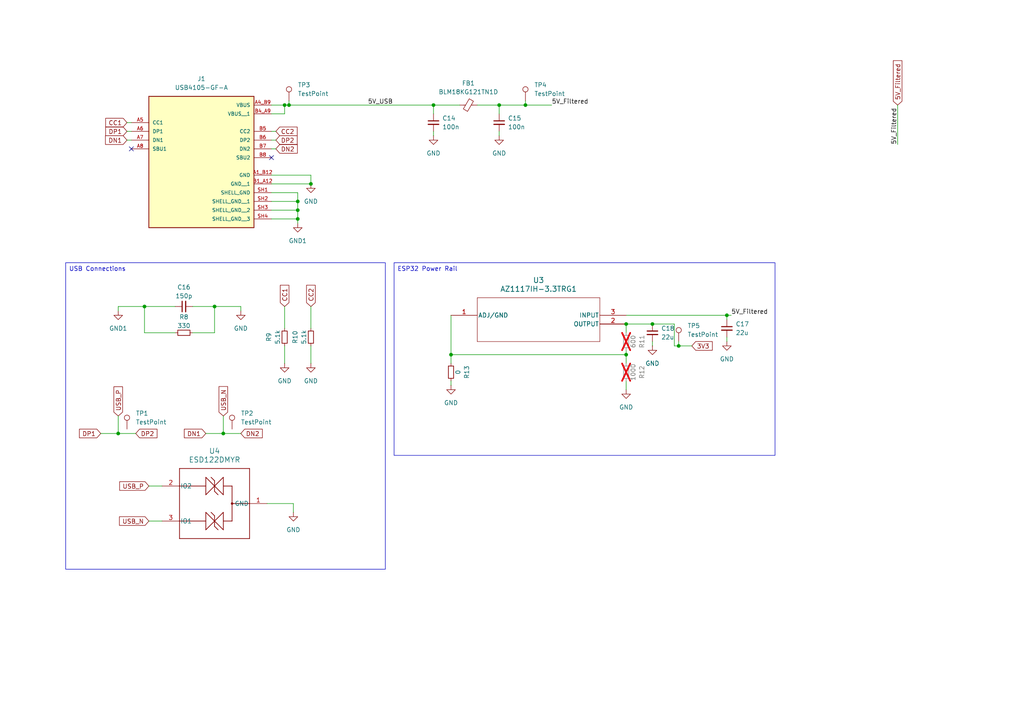
<source format=kicad_sch>
(kicad_sch (version 20231120) (generator "eeschema") (generator_version "8.0")
  (paper "A4")
  (lib_symbols
    (symbol "1_ESP32:AZ1117IH-3.3TRG1" (pin_names (offset 0.254))
      (property "Reference" "U" (at 25.4 10.16 0))
      (property "Value" "AZ1117IH-3.3TRG1" (at 25.4 7.62 0))
      (symbol "AZ1117IH-3.3TRG1_0_1"
        (polyline (pts (xy 7.62 -7.62) (xy 43.18 -7.62)) (stroke (width 0.127)))
        (polyline (pts (xy 7.62 5.08) (xy 7.62 -7.62)) (stroke (width 0.127)))
        (polyline (pts (xy 43.18 -7.62) (xy 43.18 5.08)) (stroke (width 0.127)))
        (polyline (pts (xy 43.18 5.08) (xy 7.62 5.08)) (stroke (width 0.127)))
        (pin power_out line (at 0 0 0) (length 7.62) (name "ADJ/GND") (number "1"))
        (pin output line (at 50.8 -2.54 180) (length 7.62) (name "OUTPUT") (number "2"))
        (pin unspecified line (at 50.8 0 180) (length 7.62) (name "INPUT") (number "3"))
      )
    )
    (symbol "1_ESP32:ESD122DMYR" (pin_names (offset 0.254))
      (property "Reference" "U" (at 0 2.54 0))
      (property "Value" "ESD122DMYR" (at 0 0 0))
      (symbol "ESD122DMYR_0_1"
        (circle (center -5.08 0) (radius 0.254) (stroke (width 0.2032)))
        (polyline (pts (xy -10.16 -10.16) (xy 10.16 -10.16)) (stroke (width 0.2032)))
        (polyline (pts (xy -10.16 0) (xy -5.08 0)) (stroke (width 0.2032)))
        (polyline (pts (xy -10.16 10.16) (xy -10.16 -10.16)) (stroke (width 0.2032)))
        (polyline (pts (xy -5.08 0) (xy -5.08 -5.08)) (stroke (width 0.2032)))
        (polyline (pts (xy -5.08 5.08) (xy -5.08 0)) (stroke (width 0.2032)))
        (polyline (pts (xy -2.54 -7.62) (xy 0 -5.08)) (stroke (width 0.2032)))
        (polyline (pts (xy -2.54 -5.08) (xy -5.08 -5.08)) (stroke (width 0.2032)))
        (polyline (pts (xy -2.54 -2.54) (xy -2.54 -7.62)) (stroke (width 0.2032)))
        (polyline (pts (xy -2.54 2.54) (xy 0 5.08)) (stroke (width 0.2032)))
        (polyline (pts (xy -2.54 5.08) (xy -5.08 5.08)) (stroke (width 0.2032)))
        (polyline (pts (xy -2.54 7.62) (xy -2.54 2.54)) (stroke (width 0.2032)))
        (polyline (pts (xy 0 -6.604) (xy 0 -3.556)) (stroke (width 0.2032)))
        (polyline (pts (xy 0 -5.08) (xy -2.54 -2.54)) (stroke (width 0.2032)))
        (polyline (pts (xy 0 -5.08) (xy 2.54 -2.54)) (stroke (width 0.2032)))
        (polyline (pts (xy 0 -3.556) (xy -1.016 -2.54)) (stroke (width 0.2032)))
        (polyline (pts (xy 0 3.556) (xy 0 6.604)) (stroke (width 0.2032)))
        (polyline (pts (xy 0 5.08) (xy -2.54 7.62)) (stroke (width 0.2032)))
        (polyline (pts (xy 0 5.08) (xy 2.54 7.62)) (stroke (width 0.2032)))
        (polyline (pts (xy 0 6.604) (xy -1.016 7.62)) (stroke (width 0.2032)))
        (polyline (pts (xy 1.016 -7.62) (xy 0 -6.604)) (stroke (width 0.2032)))
        (polyline (pts (xy 1.016 2.54) (xy 0 3.556)) (stroke (width 0.2032)))
        (polyline (pts (xy 2.54 -7.62) (xy 0 -5.08)) (stroke (width 0.2032)))
        (polyline (pts (xy 2.54 -2.54) (xy 2.54 -7.62)) (stroke (width 0.2032)))
        (polyline (pts (xy 2.54 2.54) (xy 0 5.08)) (stroke (width 0.2032)))
        (polyline (pts (xy 2.54 7.62) (xy 2.54 2.54)) (stroke (width 0.2032)))
        (polyline (pts (xy 10.16 -10.16) (xy 10.16 10.16)) (stroke (width 0.2032)))
        (polyline (pts (xy 10.16 -5.08) (xy 2.54 -5.08)) (stroke (width 0.2032)))
        (polyline (pts (xy 10.16 5.08) (xy 2.54 5.08)) (stroke (width 0.2032)))
        (polyline (pts (xy 10.16 10.16) (xy -10.16 10.16)) (stroke (width 0.2032)))
        (pin unspecified line (at -15.24 0 0) (length 5.08) (name "GND") (number "1"))
        (pin unspecified line (at 15.24 -5.08 180) (length 5.08) (name "IO2") (number "2"))
        (pin unspecified line (at 15.24 5.08 180) (length 5.08) (name "IO1") (number "3"))
      )
    )
    (symbol "1_ESP32:USB4105-GF-A" (pin_names (offset 1.016))
      (property "Reference" "J" (at -15.24 13.97 0))
      (property "Value" "USB4105-GF-A" (at -15.24 -27.94 0))
      (symbol "USB4105-GF-A_0_0"
        (rectangle (start -15.24 -25.4) (end 15.24 12.7) (stroke (width 0.254)) (fill (type background)))
        (pin power_in line (at 20.32 -10.16 180) (length 5.08) (name "GND") (number "A1_B12"))
        (pin power_in line (at 20.32 10.16 180) (length 5.08) (name "VBUS") (number "A4_B9"))
        (pin bidirectional line (at -20.32 5.08 0) (length 5.08) (name "CC1") (number "A5"))
        (pin bidirectional line (at -20.32 2.54 0) (length 5.08) (name "DP1") (number "A6"))
        (pin bidirectional line (at -20.32 0 0) (length 5.08) (name "DN1") (number "A7"))
        (pin bidirectional line (at -20.32 -2.54 0) (length 5.08) (name "SBU1") (number "A8"))
        (pin power_in line (at 20.32 -12.7 180) (length 5.08) (name "GND__1") (number "B1_A12"))
        (pin power_in line (at 20.32 7.62 180) (length 5.08) (name "VBUS__1") (number "B4_A9"))
        (pin bidirectional line (at 20.32 2.54 180) (length 5.08) (name "CC2") (number "B5"))
        (pin bidirectional line (at 20.32 0 180) (length 5.08) (name "DP2") (number "B6"))
        (pin bidirectional line (at 20.32 -2.54 180) (length 5.08) (name "DN2") (number "B7"))
        (pin bidirectional line (at 20.32 -5.08 180) (length 5.08) (name "SBU2") (number "B8"))
        (pin power_in line (at 20.32 -15.24 180) (length 5.08) (name "SHELL_GND") (number "SH1"))
        (pin power_in line (at 20.32 -17.78 180) (length 5.08) (name "SHELL_GND__1") (number "SH2"))
        (pin power_in line (at 20.32 -20.32 180) (length 5.08) (name "SHELL_GND__2") (number "SH3"))
        (pin power_in line (at 20.32 -22.86 180) (length 5.08) (name "SHELL_GND__3") (number "SH4"))
      )
    )
    (symbol "Connector:TestPoint" (pin_numbers hide) (pin_names (offset 0.762) hide)
      (property "Reference" "TP" (at 0 6.858 0))
      (property "Value" "TestPoint" (at 0 5.08 0))
      (symbol "TestPoint_0_1"
        (circle (center 0 3.302) (radius 0.762))
      )
      (symbol "TestPoint_1_1"
        (pin passive line (at 0 0 90) (length 2.54) (name "1") (number "1"))
      )
    )
    (symbol "Device:C_Small" (pin_numbers hide) (pin_names (offset 0.254) hide)
      (property "Reference" "C" (at 0.254 1.778 0))
      (property "Value" "C_Small" (at 0.254 -2.032 0))
      (symbol "C_Small_0_1"
        (polyline (pts (xy -1.524 -0.508) (xy 1.524 -0.508)) (stroke (width 0.3302)))
        (polyline (pts (xy -1.524 0.508) (xy 1.524 0.508)) (stroke (width 0.3048)))
      )
      (symbol "C_Small_1_1"
        (pin passive line (at 0 2.54 270) (length 2.032) (name "~") (number "1"))
        (pin passive line (at 0 -2.54 90) (length 2.032) (name "~") (number "2"))
      )
    )
    (symbol "Device:FerriteBead_Small" (pin_numbers hide) (pin_names (offset 0))
      (property "Reference" "FB" (at 1.905 1.27 0))
      (property "Value" "FerriteBead_Small" (at 1.905 -1.27 0))
      (symbol "FerriteBead_Small_0_1"
        (polyline (pts (xy 0 -1.27) (xy 0 -0.7874)))
        (polyline (pts (xy 0 0.889) (xy 0 1.2954)))
        (polyline (pts (xy -1.8288 0.2794) (xy -1.1176 1.4986) (xy 1.8288 -0.2032) (xy 1.1176 -1.4224) (xy -1.8288 0.2794)))
      )
      (symbol "FerriteBead_Small_1_1"
        (pin passive line (at 0 2.54 270) (length 1.27) (name "~") (number "1"))
        (pin passive line (at 0 -2.54 90) (length 1.27) (name "~") (number "2"))
      )
    )
    (symbol "Device:R_Small" (pin_numbers hide) (pin_names (offset 0.254) hide)
      (property "Reference" "R" (at 0.762 0.508 0))
      (property "Value" "R_Small" (at 0.762 -1.016 0))
      (symbol "R_Small_0_1"
        (rectangle (start -0.762 1.778) (end 0.762 -1.778) (stroke (width 0.2032)))
      )
      (symbol "R_Small_1_1"
        (pin passive line (at 0 2.54 270) (length 0.762) (name "~") (number "1"))
        (pin passive line (at 0 -2.54 90) (length 0.762) (name "~") (number "2"))
      )
    )
    (symbol "power:GND" (power) (pin_numbers hide) (pin_names (offset 0) hide)
      (property "Value" "GND" (at 0 -3.81 0))
      (symbol "GND_0_1"
        (polyline (pts (xy 0 0) (xy 0 -1.27) (xy 1.27 -1.27) (xy 0 -2.54) (xy -1.27 -1.27) (xy 0 -1.27)))
      )
      (symbol "GND_1_1"
        (pin power_in line (at 0 0 270) (length 0) (name "~") (number "1"))
      )
    )
    (symbol "power:GND1" (power) (pin_numbers hide) (pin_names (offset 0) hide)
      (property "Value" "GND1" (at 0 -3.81 0))
      (symbol "GND1_0_1"
        (polyline (pts (xy 0 0) (xy 0 -1.27) (xy 1.27 -1.27) (xy 0 -2.54) (xy -1.27 -1.27) (xy 0 -1.27)))
      )
      (symbol "GND1_1_1"
        (pin power_in line (at 0 0 270) (length 0) (name "~") (number "1"))
      )
    )
  )
  (junction (at 210.82 91.44))
  (junction (at 34.29 125.73))
  (junction (at 86.36 63.5))
  (junction (at 41.91 88.9))
  (junction (at 152.4 30.48))
  (junction (at 82.55 30.48))
  (junction (at 144.78 30.48))
  (junction (at 189.23 93.98))
  (junction (at 86.36 58.42))
  (junction (at 64.77 125.73))
  (junction (at 196.85 100.33))
  (junction (at 181.61 102.87))
  (junction (at 86.36 60.96))
  (junction (at 181.61 93.98))
  (junction (at 125.73 30.48))
  (junction (at 83.82 30.48))
  (junction (at 90.17 53.34))
  (junction (at 62.23 88.9))
  (junction (at 130.81 102.87))
  (no_connect (at 78.74 45.72))
  (no_connect (at 38.1 43.18))
  (wire (pts (xy 86.36 63.5) (xy 86.36 64.77)))
  (wire (pts (xy 83.82 29.21) (xy 83.82 30.48)))
  (wire (pts (xy 43.18 151.13) (xy 46.99 151.13)))
  (wire (pts (xy 78.74 33.02) (xy 82.55 33.02)))
  (wire (pts (xy 41.91 96.52) (xy 41.91 88.9)))
  (wire (pts (xy 77.47 146.05) (xy 85.09 146.05)))
  (wire (pts (xy 196.85 99.06) (xy 196.85 100.33)))
  (wire (pts (xy 138.43 30.48) (xy 144.78 30.48)))
  (wire (pts (xy 34.29 125.73) (xy 39.37 125.73)))
  (wire (pts (xy 78.74 55.88) (xy 86.36 55.88)))
  (wire (pts (xy 181.61 113.03) (xy 181.61 110.49)))
  (wire (pts (xy 210.82 91.44) (xy 212.09 91.44)))
  (wire (pts (xy 64.77 120.65) (xy 64.77 125.73)))
  (wire (pts (xy 86.36 58.42) (xy 86.36 60.96)))
  (wire (pts (xy 43.18 140.97) (xy 46.99 140.97)))
  (wire (pts (xy 144.78 30.48) (xy 144.78 33.02)))
  (wire (pts (xy 90.17 100.33) (xy 90.17 105.41)))
  (wire (pts (xy 29.21 125.73) (xy 34.29 125.73)))
  (wire (pts (xy 78.74 53.34) (xy 90.17 53.34)))
  (wire (pts (xy 78.74 30.48) (xy 82.55 30.48)))
  (wire (pts (xy 82.55 88.9) (xy 82.55 95.25)))
  (wire (pts (xy 181.61 93.98) (xy 189.23 93.98)))
  (wire (pts (xy 83.82 30.48) (xy 125.73 30.48)))
  (wire (pts (xy 34.29 88.9) (xy 41.91 88.9)))
  (wire (pts (xy 181.61 93.98) (xy 181.61 96.52)))
  (wire (pts (xy 78.74 60.96) (xy 86.36 60.96)))
  (wire (pts (xy 85.09 146.05) (xy 85.09 148.59)))
  (wire (pts (xy 82.55 33.02) (xy 82.55 30.48)))
  (wire (pts (xy 78.74 63.5) (xy 86.36 63.5)))
  (wire (pts (xy 59.69 125.73) (xy 64.77 125.73)))
  (wire (pts (xy 90.17 50.8) (xy 90.17 53.34)))
  (wire (pts (xy 90.17 88.9) (xy 90.17 95.25)))
  (wire (pts (xy 181.61 91.44) (xy 210.82 91.44)))
  (wire (pts (xy 152.4 29.21) (xy 152.4 30.48)))
  (wire (pts (xy 80.01 43.18) (xy 78.74 43.18)))
  (wire (pts (xy 152.4 30.48) (xy 160.02 30.48)))
  (wire (pts (xy 50.8 96.52) (xy 41.91 96.52)))
  (wire (pts (xy 41.91 88.9) (xy 50.8 88.9)))
  (wire (pts (xy 82.55 30.48) (xy 83.82 30.48)))
  (wire (pts (xy 55.88 96.52) (xy 62.23 96.52)))
  (wire (pts (xy 64.77 125.73) (xy 69.85 125.73)))
  (wire (pts (xy 62.23 96.52) (xy 62.23 88.9)))
  (wire (pts (xy 130.81 91.44) (xy 130.81 102.87)))
  (wire (pts (xy 130.81 102.87) (xy 181.61 102.87)))
  (wire (pts (xy 34.29 120.65) (xy 34.29 125.73)))
  (wire (pts (xy 125.73 30.48) (xy 125.73 33.02)))
  (wire (pts (xy 200.66 100.33) (xy 196.85 100.33)))
  (wire (pts (xy 86.36 60.96) (xy 86.36 63.5)))
  (wire (pts (xy 36.83 35.56) (xy 38.1 35.56)))
  (wire (pts (xy 181.61 101.6) (xy 181.61 102.87)))
  (wire (pts (xy 181.61 102.87) (xy 181.61 105.41)))
  (wire (pts (xy 36.83 38.1) (xy 38.1 38.1)))
  (wire (pts (xy 55.88 88.9) (xy 62.23 88.9)))
  (wire (pts (xy 78.74 50.8) (xy 90.17 50.8)))
  (wire (pts (xy 78.74 58.42) (xy 86.36 58.42)))
  (wire (pts (xy 210.82 92.71) (xy 210.82 91.44)))
  (wire (pts (xy 130.81 105.41) (xy 130.81 102.87)))
  (wire (pts (xy 195.58 93.98) (xy 189.23 93.98)))
  (wire (pts (xy 195.58 100.33) (xy 195.58 93.98)))
  (wire (pts (xy 62.23 88.9) (xy 69.85 88.9)))
  (wire (pts (xy 125.73 39.37) (xy 125.73 38.1)))
  (wire (pts (xy 80.01 40.64) (xy 78.74 40.64)))
  (wire (pts (xy 210.82 99.06) (xy 210.82 97.79)))
  (wire (pts (xy 69.85 88.9) (xy 69.85 90.17)))
  (wire (pts (xy 130.81 111.76) (xy 130.81 110.49)))
  (wire (pts (xy 196.85 100.33) (xy 195.58 100.33)))
  (wire (pts (xy 125.73 30.48) (xy 133.35 30.48)))
  (wire (pts (xy 36.83 40.64) (xy 38.1 40.64)))
  (wire (pts (xy 86.36 55.88) (xy 86.36 58.42)))
  (wire (pts (xy 189.23 100.33) (xy 189.23 99.06)))
  (wire (pts (xy 78.74 38.1) (xy 80.01 38.1)))
  (wire (pts (xy 144.78 39.37) (xy 144.78 38.1)))
  (wire (pts (xy 34.29 90.17) (xy 34.29 88.9)))
  (wire (pts (xy 260.35 41.91) (xy 260.35 30.48)))
  (wire (pts (xy 82.55 100.33) (xy 82.55 105.41)))
  (wire (pts (xy 144.78 30.48) (xy 152.4 30.48)))
  (text_box "ESP32 Power Rail" (at 114.3 76.2 0) (size 110.49 55.88) (effects (font (size 1.27 1.27)) (justify left top)))
  (text_box "USB Connections\n" (at 19.05 76.2 0) (size 92.71 88.9) (effects (font (size 1.27 1.27)) (justify left top)))
  (label "5V_USB" (at 106.68 30.48 0))
  (label "5V_Filtered" (at 260.35 41.91 90))
  (label "5V_Filtered" (at 212.09 91.44 0))
  (label "5V_Filtered" (at 160.02 30.48 0))
  (global_label "DP2" (shape input) (at 80.01 40.64 0) (property "Intersheetrefs" "${INTERSHEET_REFS}" (effects (hide yes))))
  (global_label "DP1" (shape input) (at 29.21 125.73 180) (property "Intersheetrefs" "${INTERSHEET_REFS}" (effects (hide yes))))
  (global_label "USB_N" (shape input) (at 43.18 151.13 180) (property "Intersheetrefs" "${INTERSHEET_REFS}" (effects (hide yes))))
  (global_label "CC1" (shape input) (at 36.83 35.56 180) (property "Intersheetrefs" "${INTERSHEET_REFS}" (effects (hide yes))))
  (global_label "CC1" (shape input) (at 82.55 88.9 90) (property "Intersheetrefs" "${INTERSHEET_REFS}" (effects (hide yes))))
  (global_label "DP1" (shape input) (at 36.83 38.1 180) (property "Intersheetrefs" "${INTERSHEET_REFS}" (effects (hide yes))))
  (global_label "CC2" (shape input) (at 80.01 38.1 0) (property "Intersheetrefs" "${INTERSHEET_REFS}" (effects (hide yes))))
  (global_label "USB_N" (shape input) (at 64.77 120.65 90) (property "Intersheetrefs" "${INTERSHEET_REFS}" (effects (hide yes))))
  (global_label "USB_P" (shape input) (at 34.29 120.65 90) (property "Intersheetrefs" "${INTERSHEET_REFS}" (effects (hide yes))))
  (global_label "DN1" (shape input) (at 59.69 125.73 180) (property "Intersheetrefs" "${INTERSHEET_REFS}" (effects (hide yes))))
  (global_label "USB_P" (shape input) (at 43.18 140.97 180) (property "Intersheetrefs" "${INTERSHEET_REFS}" (effects (hide yes))))
  (global_label "DP2" (shape input) (at 39.37 125.73 0) (property "Intersheetrefs" "${INTERSHEET_REFS}" (effects (hide yes))))
  (global_label "3V3" (shape input) (at 200.66 100.33 0) (property "Intersheetrefs" "${INTERSHEET_REFS}" (effects (hide yes))))
  (global_label "CC2" (shape input) (at 90.17 88.9 90) (property "Intersheetrefs" "${INTERSHEET_REFS}" (effects (hide yes))))
  (global_label "DN2" (shape input) (at 80.01 43.18 0) (property "Intersheetrefs" "${INTERSHEET_REFS}" (effects (hide yes))))
  (global_label "DN1" (shape input) (at 36.83 40.64 180) (property "Intersheetrefs" "${INTERSHEET_REFS}" (effects (hide yes))))
  (global_label "5V_Filtered" (shape input) (at 260.35 30.48 90) (property "Intersheetrefs" "${INTERSHEET_REFS}" (effects (hide yes))))
  (global_label "DN2" (shape input) (at 69.85 125.73 0) (property "Intersheetrefs" "${INTERSHEET_REFS}" (effects (hide yes))))
  (symbol (lib_id "Device:R_Small") (at 53.34 96.52 90) (unit 1)
    (property "Reference" "R8" (at 53.34 91.948 90))
    (property "Value" "330" (at 53.34 94.488 90))
    (property "Footprint" "Resistor_SMD:R_0603_1608Metric" (effects (hide yes)))
    (property "Description" "Resistor, small symbol" (effects (hide yes)))
  )
  (symbol (lib_id "power:GND") (at 210.82 99.06 0) (unit 1)
    (property "Reference" "#PWR033" (effects (hide yes)))
    (property "Value" "GND" (at 210.82 104.14 0))
    (property "Description" "Power symbol creates a global label with name \"GND\" , ground" (effects (hide yes)))
  )
  (symbol (lib_id "1_ESP32:AZ1117IH-3.3TRG1") (at 130.81 91.44 0) (unit 1)
    (property "Reference" "U3" (at 156.21 81.28 0) (effects (font (size 1.524 1.524))))
    (property "Value" "AZ1117IH-3.3TRG1" (at 156.21 83.82 0) (effects (font (size 1.524 1.524))))
    (property "Footprint" "1_ESP32:SOT223_AZ1117I_6P5X3P5_DIO" (effects (hide yes)))
    (property "Datasheet" "AZ1117IH-3.3TRG1" (effects (hide yes)))
  )
  (symbol (lib_id "1_ESP32:USB4105-GF-A") (at 58.42 40.64 0) (unit 1)
    (property "Reference" "J1" (at 58.42 22.86 0))
    (property "Value" "USB4105-GF-A" (at 58.42 25.4 0))
    (property "Footprint" "USB4105-GF-A:GCT_USB4105-GF-A" (effects (hide yes)))
    (property "PARTREV" "B3" (effects (hide yes)))
    (property "MANUFACTURER" "Global Connector Technology" (effects (hide yes)))
    (property "MAXIMUM_PACKAGE_HEIGHT" "3.31mm" (effects (hide yes)))
    (property "STANDARD" "Manufacturer Recommendations" (effects (hide yes)))
  )
  (symbol (lib_id "Device:R_Small") (at 90.17 97.79 180) (unit 1)
    (property "Reference" "R10" (at 85.598 97.79 90))
    (property "Value" "5.1k" (at 88.138 97.79 90))
    (property "Footprint" "Resistor_SMD:R_0603_1608Metric" (effects (hide yes)))
    (property "Description" "Resistor, small symbol" (effects (hide yes)))
  )
  (symbol (lib_id "Device:C_Small") (at 53.34 88.9 90) (unit 1)
    (property "Reference" "C16" (at 53.34 83.312 90))
    (property "Value" "150p" (at 53.34 85.852 90))
    (property "Footprint" "Capacitor_SMD:C_0603_1608Metric" (effects (hide yes)))
    (property "Description" "Unpolarized capacitor, small symbol" (effects (hide yes)))
  )
  (symbol (lib_id "power:GND") (at 189.23 100.33 0) (unit 1)
    (property "Reference" "#PWR034" (effects (hide yes)))
    (property "Value" "GND" (at 189.23 105.41 0))
    (property "Description" "Power symbol creates a global label with name \"GND\" , ground" (effects (hide yes)))
  )
  (symbol (lib_id "power:GND") (at 125.73 39.37 0) (unit 1)
    (property "Reference" "#PWR023" (effects (hide yes)))
    (property "Value" "GND" (at 125.73 44.45 0))
    (property "Description" "Power symbol creates a global label with name \"GND\" , ground" (effects (hide yes)))
  )
  (symbol (lib_id "1_ESP32:ESD122DMYR") (at 62.23 146.05 180) (unit 1)
    (property "Reference" "U4" (at 62.23 130.81 0) (effects (font (size 1.524 1.524))))
    (property "Value" "ESD122DMYR" (at 62.23 133.35 0) (effects (font (size 1.524 1.524))))
    (property "Footprint" "1_ESP32:DMY0003A" (effects (hide yes)))
    (property "Datasheet" "ESD122DMYR" (effects (hide yes)))
  )
  (symbol (lib_id "power:GND") (at 85.09 148.59 0) (unit 1)
    (property "Reference" "#PWR036" (effects (hide yes)))
    (property "Value" "GND" (at 85.09 153.67 0))
    (property "Description" "Power symbol creates a global label with name \"GND\" , ground" (effects (hide yes)))
  )
  (symbol (lib_id "Connector:TestPoint") (at 152.4 29.21 0) (unit 1)
    (property "Reference" "TP4" (at 154.94 24.6379 0) (effects (justify left)))
    (property "Value" "TestPoint" (at 154.94 27.1779 0) (effects (justify left)))
    (property "Description" "test point" (effects (hide yes)))
  )
  (symbol (lib_id "power:GND") (at 82.55 105.41 0) (unit 1)
    (property "Reference" "#PWR029" (effects (hide yes)))
    (property "Value" "GND" (at 82.55 110.49 0))
    (property "Description" "Power symbol creates a global label with name \"GND\" , ground" (effects (hide yes)))
  )
  (symbol (lib_id "Connector:TestPoint") (at 36.83 124.46 0) (unit 1)
    (property "Reference" "TP1" (at 39.37 119.8879 0) (effects (justify left)))
    (property "Value" "TestPoint" (at 39.37 122.4279 0) (effects (justify left)))
    (property "Description" "test point" (effects (hide yes)))
  )
  (symbol (lib_id "Connector:TestPoint") (at 196.85 99.06 0) (unit 1)
    (property "Reference" "TP5" (at 199.39 94.4879 0) (effects (justify left)))
    (property "Value" "TestPoint" (at 199.39 97.0279 0) (effects (justify left)))
    (property "Description" "test point" (effects (hide yes)))
  )
  (symbol (lib_id "power:GND") (at 181.61 113.03 0) (unit 1)
    (property "Reference" "#PWR031" (effects (hide yes)))
    (property "Value" "GND" (at 181.61 118.11 0))
    (property "Description" "Power symbol creates a global label with name \"GND\" , ground" (effects (hide yes)))
  )
  (symbol (lib_id "Device:C_Small") (at 125.73 35.56 0) (unit 1)
    (property "Reference" "C14" (at 128.27 34.2962 0) (effects (justify left)))
    (property "Value" "100n" (at 128.27 36.8362 0) (effects (justify left)))
    (property "Footprint" "Capacitor_SMD:C_0402_1005Metric" (effects (hide yes)))
    (property "Description" "Unpolarized capacitor, small symbol" (effects (hide yes)))
  )
  (symbol (lib_id "Device:C_Small") (at 210.82 95.25 0) (unit 1)
    (property "Reference" "C17" (at 213.36 93.9862 0) (effects (justify left)))
    (property "Value" "22u" (at 213.36 96.5262 0) (effects (justify left)))
    (property "Footprint" "Capacitor_SMD:C_0805_2012Metric" (effects (hide yes)))
    (property "Description" "Unpolarized capacitor, small symbol" (effects (hide yes)))
  )
  (symbol (lib_id "Connector:TestPoint") (at 67.31 124.46 0) (unit 1)
    (property "Reference" "TP2" (at 69.85 119.8879 0) (effects (justify left)))
    (property "Value" "TestPoint" (at 69.85 122.4279 0) (effects (justify left)))
    (property "Description" "test point" (effects (hide yes)))
  )
  (symbol (lib_id "power:GND") (at 69.85 90.17 0) (unit 1)
    (property "Reference" "#PWR028" (effects (hide yes)))
    (property "Value" "GND" (at 69.85 95.25 0))
    (property "Description" "Power symbol creates a global label with name \"GND\" , ground" (effects (hide yes)))
  )
  (symbol (lib_id "Device:R_Small") (at 130.81 107.95 0) (unit 1)
    (property "Reference" "R13" (at 135.382 107.95 90))
    (property "Value" "0" (at 132.842 107.95 90))
    (property "Footprint" "Resistor_SMD:R_0402_1005Metric" (effects (hide yes)))
    (property "Description" "Resistor, small symbol" (effects (hide yes)))
  )
  (symbol (lib_id "power:GND") (at 130.81 111.76 0) (unit 1)
    (property "Reference" "#PWR032" (effects (hide yes)))
    (property "Value" "GND" (at 130.81 116.84 0))
    (property "Description" "Power symbol creates a global label with name \"GND\" , ground" (effects (hide yes)))
  )
  (symbol (lib_id "power:GND") (at 90.17 105.41 0) (unit 1)
    (property "Reference" "#PWR030" (effects (hide yes)))
    (property "Value" "GND" (at 90.17 110.49 0))
    (property "Description" "Power symbol creates a global label with name \"GND\" , ground" (effects (hide yes)))
  )
  (symbol (lib_id "power:GND1") (at 34.29 90.17 0) (unit 1)
    (property "Reference" "#PWR027" (effects (hide yes)))
    (property "Value" "GND1" (at 34.29 95.25 0))
    (property "Description" "Power symbol creates a global label with name \"GND1\" , ground" (effects (hide yes)))
  )
  (symbol (lib_id "Device:FerriteBead_Small") (at 135.89 30.48 90) (unit 1)
    (property "Reference" "FB1" (at 135.8519 24.13 90))
    (property "Value" "BLM18KG121TN1D" (at 135.8519 26.67 90))
    (property "Footprint" "Inductor_SMD:L_CommonModeChoke_Coilcraft_0603USB" (effects (hide yes)))
    (property "Description" "Ferrite bead, small symbol" (effects (hide yes)))
  )
  (symbol (lib_id "Device:R_Small") (at 181.61 107.95 0) (unit 1) (in_bom no) (dnp yes)
    (property "Reference" "R12" (at 186.182 107.95 90))
    (property "Value" "1000" (at 183.642 107.95 90))
    (property "Footprint" "Resistor_SMD:R_0402_1005Metric" (effects (hide yes)))
    (property "Description" "Resistor, small symbol" (effects (hide yes)))
  )
  (symbol (lib_id "Device:R_Small") (at 181.61 99.06 0) (unit 1) (in_bom no) (dnp yes)
    (property "Reference" "R11" (at 186.182 99.06 90))
    (property "Value" "600" (at 183.642 99.06 90))
    (property "Footprint" "Resistor_SMD:R_0402_1005Metric" (effects (hide yes)))
    (property "Description" "Resistor, small symbol" (effects (hide yes)))
  )
  (symbol (lib_id "power:GND") (at 90.17 53.34 0) (unit 1)
    (property "Reference" "#PWR026" (effects (hide yes)))
    (property "Value" "GND" (at 90.17 58.42 0))
    (property "Description" "Power symbol creates a global label with name \"GND\" , ground" (effects (hide yes)))
  )
  (symbol (lib_id "Device:R_Small") (at 82.55 97.79 180) (unit 1)
    (property "Reference" "R9" (at 77.978 97.79 90))
    (property "Value" "5.1k" (at 80.518 97.79 90))
    (property "Footprint" "Resistor_SMD:R_0603_1608Metric" (effects (hide yes)))
    (property "Description" "Resistor, small symbol" (effects (hide yes)))
  )
  (symbol (lib_id "power:GND") (at 144.78 39.37 0) (unit 1)
    (property "Reference" "#PWR024" (effects (hide yes)))
    (property "Value" "GND" (at 144.78 44.45 0))
    (property "Description" "Power symbol creates a global label with name \"GND\" , ground" (effects (hide yes)))
  )
  (symbol (lib_id "Connector:TestPoint") (at 83.82 29.21 0) (unit 1)
    (property "Reference" "TP3" (at 86.36 24.6379 0) (effects (justify left)))
    (property "Value" "TestPoint" (at 86.36 27.1779 0) (effects (justify left)))
    (property "Description" "test point" (effects (hide yes)))
  )
  (symbol (lib_id "Device:C_Small") (at 189.23 96.52 0) (unit 1)
    (property "Reference" "C18" (at 191.77 95.2562 0) (effects (justify left)))
    (property "Value" "22u" (at 191.77 97.7962 0) (effects (justify left)))
    (property "Footprint" "Capacitor_SMD:C_0805_2012Metric" (effects (hide yes)))
    (property "Description" "Unpolarized capacitor, small symbol" (effects (hide yes)))
  )
  (symbol (lib_id "power:GND1") (at 86.36 64.77 0) (unit 1)
    (property "Reference" "#PWR025" (effects (hide yes)))
    (property "Value" "GND1" (at 86.36 69.85 0))
    (property "Description" "Power symbol creates a global label with name \"GND1\" , ground" (effects (hide yes)))
  )
  (symbol (lib_id "Device:C_Small") (at 144.78 35.56 0) (unit 1)
    (property "Reference" "C15" (at 147.32 34.2962 0) (effects (justify left)))
    (property "Value" "100n" (at 147.32 36.8362 0) (effects (justify left)))
    (property "Footprint" "Capacitor_SMD:C_0402_1005Metric" (effects (hide yes)))
    (property "Description" "Unpolarized capacitor, small symbol" (effects (hide yes)))
  )
)
</source>
